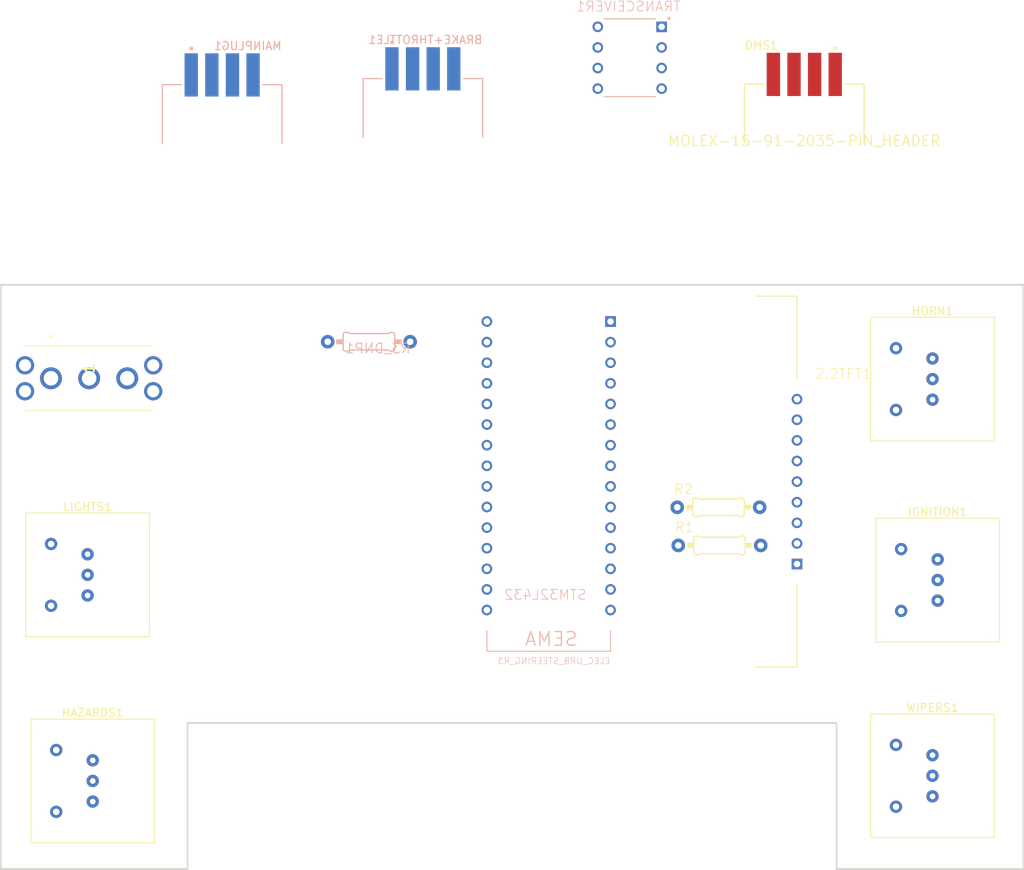
<source format=kicad_pcb>
(kicad_pcb (version 20171130) (host pcbnew "(5.1.6)-1")

  (general
    (thickness 1.6)
    (drawings 43)
    (tracks 0)
    (zones 0)
    (modules 15)
    (nets 25)
  )

  (page A4)
  (layers
    (0 Top signal)
    (31 Bottom signal)
    (32 B.Adhes user)
    (33 F.Adhes user)
    (34 B.Paste user)
    (35 F.Paste user)
    (36 B.SilkS user)
    (37 F.SilkS user)
    (38 B.Mask user)
    (39 F.Mask user)
    (40 Dwgs.User user)
    (41 Cmts.User user)
    (42 Eco1.User user)
    (43 Eco2.User user)
    (44 Edge.Cuts user)
    (45 Margin user)
    (46 B.CrtYd user)
    (47 F.CrtYd user)
    (48 B.Fab user)
    (49 F.Fab user)
  )

  (setup
    (last_trace_width 0.25)
    (trace_clearance 0.1524)
    (zone_clearance 0.000001)
    (zone_45_only no)
    (trace_min 0.1524)
    (via_size 0.8)
    (via_drill 0.4)
    (via_min_size 0.4)
    (via_min_drill 0.3)
    (uvia_size 0.3)
    (uvia_drill 0.1)
    (uvias_allowed no)
    (uvia_min_size 0.2)
    (uvia_min_drill 0.1)
    (edge_width 0.05)
    (segment_width 0.2)
    (pcb_text_width 0.3)
    (pcb_text_size 1.5 1.5)
    (mod_edge_width 0.12)
    (mod_text_size 1 1)
    (mod_text_width 0.15)
    (pad_size 1.524 1.524)
    (pad_drill 0.762)
    (pad_to_mask_clearance 0.05)
    (aux_axis_origin 0 0)
    (visible_elements 7FFFF7FF)
    (pcbplotparams
      (layerselection 0x010fc_ffffffff)
      (usegerberextensions false)
      (usegerberattributes true)
      (usegerberadvancedattributes true)
      (creategerberjobfile true)
      (excludeedgelayer true)
      (linewidth 0.100000)
      (plotframeref false)
      (viasonmask false)
      (mode 1)
      (useauxorigin false)
      (hpglpennumber 1)
      (hpglpenspeed 20)
      (hpglpendiameter 15.000000)
      (psnegative false)
      (psa4output false)
      (plotreference true)
      (plotvalue true)
      (plotinvisibletext false)
      (padsonsilk false)
      (subtractmaskfromsilk false)
      (outputformat 1)
      (mirror false)
      (drillshape 1)
      (scaleselection 1)
      (outputdirectory ""))
  )

  (net 0 "")
  (net 1 +5V)
  (net 2 GND)
  (net 3 +3V3)
  (net 4 +12V)
  (net 5 "Net-(STM32L432-Pad21)")
  (net 6 "Net-(STM32L432-Pad5)")
  (net 7 "Net-(STM32L432-Pad13)")
  (net 8 "Net-(2.2TFT1-Pad8)")
  (net 9 "Net-(2.2TFT1-Pad3)")
  (net 10 "Net-(2.2TFT1-Pad5)")
  (net 11 "Net-(2.2TFT1-Pad7)")
  (net 12 "Net-(2.2TFT1-Pad9)")
  (net 13 "Net-(2.2TFT1-Pad6)")
  (net 14 "Net-(BRAKE+THROTTLE1-Pad3)")
  (net 15 "Net-(BRAKE+THROTTLE1-Pad2)")
  (net 16 "Net-(MAINPLUG1-Pad3)")
  (net 17 "Net-(MAINPLUG1-Pad2)")
  (net 18 "Net-(HAZARDS1-Pad2)")
  (net 19 "Net-(IGNITION1-Pad2)")
  (net 20 "Net-(LIGHTS1-Pad2)")
  (net 21 "Net-(HORN1-Pad2)")
  (net 22 "Net-(DMS1-Pad2)")
  (net 23 "Net-(S1-PadRIGHT)")
  (net 24 "Net-(S1-PadLEFT)")

  (net_class Default "This is the default net class."
    (clearance 0.1524)
    (trace_width 0.25)
    (via_dia 0.8)
    (via_drill 0.4)
    (uvia_dia 0.3)
    (uvia_drill 0.1)
    (add_net +12V)
    (add_net +3V3)
    (add_net +5V)
    (add_net GND)
    (add_net "Net-(2.2TFT1-Pad3)")
    (add_net "Net-(2.2TFT1-Pad5)")
    (add_net "Net-(2.2TFT1-Pad6)")
    (add_net "Net-(2.2TFT1-Pad7)")
    (add_net "Net-(2.2TFT1-Pad8)")
    (add_net "Net-(2.2TFT1-Pad9)")
    (add_net "Net-(BRAKE+THROTTLE1-Pad2)")
    (add_net "Net-(BRAKE+THROTTLE1-Pad3)")
    (add_net "Net-(DMS1-Pad2)")
    (add_net "Net-(HAZARDS1-Pad2)")
    (add_net "Net-(HORN1-Pad2)")
    (add_net "Net-(IGNITION1-Pad2)")
    (add_net "Net-(LIGHTS1-Pad2)")
    (add_net "Net-(MAINPLUG1-Pad2)")
    (add_net "Net-(MAINPLUG1-Pad3)")
    (add_net "Net-(S1-PadLEFT)")
    (add_net "Net-(S1-PadRIGHT)")
    (add_net "Net-(STM32L432-Pad13)")
    (add_net "Net-(STM32L432-Pad21)")
    (add_net "Net-(STM32L432-Pad5)")
  )

  (module M2013TXG13DA:M2013TXG13DA (layer Top) (tedit 5FADFFBF) (tstamp 5FAE8019)
    (at 90.73896 65.94094 270)
    (descr M2013TXG13-DA-3)
    (tags Switch)
    (path /5FB38056)
    (fp_text reference S1 (at -0.6 -4.7 270) (layer F.SilkS)
      (effects (font (size 1.27 1.27) (thickness 0.254)))
    )
    (fp_text value M2013TXG13-DA (at 7.19836 -4.4577) (layer F.SilkS) hide
      (effects (font (size 1.27 1.27) (thickness 0.254)))
    )
    (fp_arc (start -5.1 0) (end -5.2 0) (angle -180) (layer F.SilkS) (width 0.2))
    (fp_arc (start -5.1 0) (end -5 0) (angle -180) (layer F.SilkS) (width 0.2))
    (fp_text user %R (at -0.6 -4.7 270) (layer F.Fab)
      (effects (font (size 1.27 1.27) (thickness 0.254)))
    )
    (fp_line (start -5.2 0) (end -5.2 0) (layer F.SilkS) (width 0.2))
    (fp_line (start -5 0) (end -5 0) (layer F.SilkS) (width 0.2))
    (fp_line (start 4 -12.6) (end 4 3.2) (layer F.SilkS) (width 0.1))
    (fp_line (start -4 -12.6) (end -4 3.2) (layer F.SilkS) (width 0.1))
    (fp_line (start -6.2 5.325) (end -6.2 -14.725) (layer F.CrtYd) (width 0.1))
    (fp_line (start 5 5.325) (end -6.2 5.325) (layer F.CrtYd) (width 0.1))
    (fp_line (start 5 -14.725) (end 5 5.325) (layer F.CrtYd) (width 0.1))
    (fp_line (start -6.2 -14.725) (end 5 -14.725) (layer F.CrtYd) (width 0.1))
    (fp_line (start -4 3.2) (end -4 -12.6) (layer F.Fab) (width 0.2))
    (fp_line (start 4 3.2) (end -4 3.2) (layer F.Fab) (width 0.2))
    (fp_line (start 4 -12.6) (end 4 3.2) (layer F.Fab) (width 0.2))
    (fp_line (start -4 -12.6) (end 4 -12.6) (layer F.Fab) (width 0.2))
    (pad SH4 thru_hole circle (at -1.6 -12.6 270) (size 2.25 2.25) (drill 1.5) (layers *.Cu *.Mask)
      (net 2 GND))
    (pad SH3 thru_hole circle (at 1.6 -12.6 270) (size 2.25 2.25) (drill 1.5) (layers *.Cu *.Mask)
      (net 2 GND))
    (pad SH2 thru_hole circle (at 1.6 3.2 270) (size 2.25 2.25) (drill 1.5) (layers *.Cu *.Mask)
      (net 2 GND))
    (pad SH1 thru_hole circle (at -1.6 3.2 270) (size 2.25 2.25) (drill 1.5) (layers *.Cu *.Mask)
      (net 2 GND))
    (pad RIGHT thru_hole circle (at 0 -9.4 270) (size 2.7 2.7) (drill 1.8) (layers *.Cu *.Mask)
      (net 23 "Net-(S1-PadRIGHT)"))
    (pad 2 thru_hole circle (at 0 -4.7 270) (size 2.7 2.7) (drill 1.8) (layers *.Cu *.Mask)
      (net 3 +3V3))
    (pad LEFT thru_hole circle (at 0 0 270) (size 2.7 2.7) (drill 1.8) (layers *.Cu *.Mask)
      (net 24 "Net-(S1-PadLEFT)"))
    (model M2013TXG13-DA.stp
      (at (xyz 0 0 0))
      (scale (xyz 1 1 1))
      (rotate (xyz 0 0 0))
    )
  )

  (module eec:Molex-15-91-2045-0-0-0 (layer Top) (tedit 5EF1FEC0) (tstamp 5FAE5F8E)
    (at 183.58912 36.67696)
    (path /5FACBA75)
    (fp_text reference DMS1 (at -7.42 -11.765) (layer F.SilkS)
      (effects (font (size 1 1) (thickness 0.15)) (justify left))
    )
    (fp_text value MOLEX-15-91-2035-PIN_HEADER (at 0 0) (layer F.SilkS)
      (effects (font (size 1.27 1.27) (thickness 0.15)))
    )
    (fp_line (start -7.37 6.99) (end -7.37 -6.99) (layer F.Fab) (width 0.15))
    (fp_line (start -7.37 -6.99) (end 7.37 -6.99) (layer F.Fab) (width 0.15))
    (fp_line (start 7.37 -6.99) (end 7.37 6.99) (layer F.Fab) (width 0.15))
    (fp_line (start 7.37 6.99) (end -7.37 6.99) (layer F.Fab) (width 0.15))
    (fp_line (start 7.395 -10.88) (end 7.395 -10.88) (layer F.CrtYd) (width 0.15))
    (fp_line (start 7.395 -10.88) (end -7.395 -10.88) (layer F.CrtYd) (width 0.15))
    (fp_line (start -7.395 -10.88) (end -7.395 7.015) (layer F.CrtYd) (width 0.15))
    (fp_line (start -7.395 7.015) (end 7.395 7.015) (layer F.CrtYd) (width 0.15))
    (fp_line (start 7.395 7.015) (end 7.395 -10.88) (layer F.CrtYd) (width 0.15))
    (fp_line (start -7.37 -6.99) (end -5.01 -6.99) (layer F.SilkS) (width 0.15))
    (fp_line (start 5.01 -6.99) (end 7.37 -6.99) (layer F.SilkS) (width 0.15))
    (fp_line (start 7.37 0.245) (end 7.37 -6.99) (layer F.SilkS) (width 0.15))
    (fp_line (start -7.37 0.245) (end -7.37 -6.99) (layer F.SilkS) (width 0.15))
    (fp_circle (center 3.805 -11.44) (end 3.93 -11.44) (layer F.SilkS) (width 0.25))
    (pad ~ np_thru_hole circle (at -5.21 2.5) (size 3.76 3.76) (drill 3.76) (layers *.Cu *.Mask))
    (pad ~ np_thru_hole circle (at 5.21 2.5) (size 3.76 3.76) (drill 3.76) (layers *.Cu *.Mask))
    (pad 4 smd rect (at -3.81 -8.19) (size 1.65 5.33) (layers Top F.Paste F.Mask))
    (pad 3 smd rect (at -1.27 -8.19) (size 1.65 5.33) (layers Top F.Paste F.Mask)
      (net 3 +3V3))
    (pad 2 smd rect (at 1.27 -8.19) (size 1.65 5.33) (layers Top F.Paste F.Mask)
      (net 22 "Net-(DMS1-Pad2)"))
    (pad 1 smd rect (at 3.81 -8.19) (size 1.65 5.33) (layers Top F.Paste F.Mask)
      (net 2 GND))
    (model eec.models/Molex_-_15-91-2045.step
      (at (xyz 0 0 0))
      (scale (xyz 1 1 1))
      (rotate (xyz 0 0 0))
    )
  )

  (module LP11EE1NCSYG:LP11EE1NCSYG (layer Top) (tedit 5F9DAACE) (tstamp 5F9E0531)
    (at 200.025 85.725)
    (path /5F9E641C)
    (fp_text reference IGNITION1 (at 0 -3.31) (layer F.SilkS)
      (effects (font (size 1 1) (thickness 0.15)))
    )
    (fp_text value LP11EE1NCSYG (at 0 -4.31) (layer F.Fab)
      (effects (font (size 1 1) (thickness 0.15)))
    )
    (fp_line (start -7.62 -2.54) (end -7.62 12.7) (layer F.SilkS) (width 0.12))
    (fp_line (start -7.62 12.7) (end 7.62 12.7) (layer F.SilkS) (width 0.12))
    (fp_line (start 7.62 12.7) (end 7.62 -2.54) (layer F.SilkS) (width 0.12))
    (fp_line (start 7.62 -2.54) (end -7.62 -2.54) (layer F.SilkS) (width 0.12))
    (pad "" np_thru_hole circle (at 6.35 -1.27) (size 1.3 1.3) (drill 1.3) (layers *.Cu *.Mask))
    (pad "" np_thru_hole circle (at -6.35 -1.27) (size 1.3 1.3) (drill 1.3) (layers *.Cu *.Mask))
    (pad "" np_thru_hole circle (at -6.35 11.43) (size 1.3 1.3) (drill 1.3) (layers *.Cu *.Mask))
    (pad "" np_thru_hole circle (at 6.35 11.43) (size 1.3 1.3) (drill 1.3) (layers *.Cu *.Mask))
    (pad L1 thru_hole circle (at 0 7.62) (size 1.524 1.524) (drill 0.7) (layers *.Cu *.Mask))
    (pad LC thru_hole circle (at 0 5.08) (size 1.524 1.524) (drill 0.7) (layers *.Cu *.Mask))
    (pad L2 thru_hole circle (at 0 2.54) (size 1.524 1.524) (drill 0.7) (layers *.Cu *.Mask))
    (pad 2 thru_hole circle (at -4.5 1.27) (size 1.524 1.524) (drill 0.8) (layers *.Cu *.Mask)
      (net 19 "Net-(IGNITION1-Pad2)"))
    (pad 1 thru_hole circle (at -4.5 8.89) (size 1.524 1.524) (drill 0.8) (layers *.Cu *.Mask)
      (net 3 +3V3))
    (model ${KIPRJMOD}/LP11EE1NCSxx.stp
      (offset (xyz 0 -5 0))
      (scale (xyz 1 1 1))
      (rotate (xyz 0 0 0))
    )
  )

  (module LP11EE1NCSYG:LP11OA1TCSYY (layer Top) (tedit 5FA70E5C) (tstamp 5FA77612)
    (at 199.39 60.96)
    (path /5FA78095)
    (fp_text reference HORN1 (at 0 -3.31) (layer F.SilkS)
      (effects (font (size 1 1) (thickness 0.15)))
    )
    (fp_text value LP11OA1TCSYY (at 0 -4.31) (layer F.Fab)
      (effects (font (size 1 1) (thickness 0.15)))
    )
    (fp_line (start -7.62 -2.54) (end -7.62 12.7) (layer F.SilkS) (width 0.12))
    (fp_line (start -7.62 12.7) (end 7.62 12.7) (layer F.SilkS) (width 0.12))
    (fp_line (start 7.62 12.7) (end 7.62 -2.54) (layer F.SilkS) (width 0.12))
    (fp_line (start 7.62 -2.54) (end -7.62 -2.54) (layer F.SilkS) (width 0.12))
    (pad "" np_thru_hole circle (at 6.35 -1.27) (size 1.3 1.3) (drill 1.3) (layers *.Cu *.Mask))
    (pad "" np_thru_hole circle (at -6.35 -1.27) (size 1.3 1.3) (drill 1.3) (layers *.Cu *.Mask))
    (pad "" np_thru_hole circle (at -6.35 11.43) (size 1.3 1.3) (drill 1.3) (layers *.Cu *.Mask))
    (pad "" np_thru_hole circle (at 6.35 11.43) (size 1.3 1.3) (drill 1.3) (layers *.Cu *.Mask))
    (pad L1 thru_hole circle (at 0 7.62) (size 1.524 1.524) (drill 0.7) (layers *.Cu *.Mask))
    (pad LC thru_hole circle (at 0 5.08) (size 1.524 1.524) (drill 0.7) (layers *.Cu *.Mask))
    (pad L2 thru_hole circle (at 0 2.54) (size 1.524 1.524) (drill 0.7) (layers *.Cu *.Mask))
    (pad 2 thru_hole circle (at -4.5 1.27) (size 1.524 1.524) (drill 0.8) (layers *.Cu *.Mask)
      (net 21 "Net-(HORN1-Pad2)"))
    (pad 1 thru_hole circle (at -4.5 8.89) (size 1.524 1.524) (drill 0.8) (layers *.Cu *.Mask)
      (net 3 +3V3))
  )

  (module LP11EE1NCSYG:LP11EE1NCSYG (layer Top) (tedit 5F9DAACE) (tstamp 5F9E06AB)
    (at 199.39 109.855)
    (path /5F9FB1ED)
    (fp_text reference WIPERS1 (at 0 -3.31) (layer F.SilkS)
      (effects (font (size 1 1) (thickness 0.15)))
    )
    (fp_text value LP11EE1NCSYG (at 0 -4.31) (layer F.Fab)
      (effects (font (size 1 1) (thickness 0.15)))
    )
    (fp_line (start -7.62 -2.54) (end -7.62 12.7) (layer F.SilkS) (width 0.12))
    (fp_line (start -7.62 12.7) (end 7.62 12.7) (layer F.SilkS) (width 0.12))
    (fp_line (start 7.62 12.7) (end 7.62 -2.54) (layer F.SilkS) (width 0.12))
    (fp_line (start 7.62 -2.54) (end -7.62 -2.54) (layer F.SilkS) (width 0.12))
    (pad "" np_thru_hole circle (at 6.35 -1.27) (size 1.3 1.3) (drill 1.3) (layers *.Cu *.Mask))
    (pad "" np_thru_hole circle (at -6.35 -1.27) (size 1.3 1.3) (drill 1.3) (layers *.Cu *.Mask))
    (pad "" np_thru_hole circle (at -6.35 11.43) (size 1.3 1.3) (drill 1.3) (layers *.Cu *.Mask))
    (pad "" np_thru_hole circle (at 6.35 11.43) (size 1.3 1.3) (drill 1.3) (layers *.Cu *.Mask))
    (pad L1 thru_hole circle (at 0 7.62) (size 1.524 1.524) (drill 0.7) (layers *.Cu *.Mask))
    (pad LC thru_hole circle (at 0 5.08) (size 1.524 1.524) (drill 0.7) (layers *.Cu *.Mask))
    (pad L2 thru_hole circle (at 0 2.54) (size 1.524 1.524) (drill 0.7) (layers *.Cu *.Mask))
    (pad 2 thru_hole circle (at -4.5 1.27) (size 1.524 1.524) (drill 0.8) (layers *.Cu *.Mask)
      (net 5 "Net-(STM32L432-Pad21)"))
    (pad 1 thru_hole circle (at -4.5 8.89) (size 1.524 1.524) (drill 0.8) (layers *.Cu *.Mask)
      (net 3 +3V3))
    (model ${KIPRJMOD}/LP11EE1NCSxx.stp
      (offset (xyz 0 -5 0))
      (scale (xyz 1 1 1))
      (rotate (xyz 0 0 0))
    )
  )

  (module LP11EE1NCSYG:LP11EE1NCSYG (layer Top) (tedit 5F9DAACE) (tstamp 5F9E0542)
    (at 95.25 85.09)
    (path /5FA03CA3)
    (fp_text reference LIGHTS1 (at 0 -3.31) (layer F.SilkS)
      (effects (font (size 1 1) (thickness 0.15)))
    )
    (fp_text value LP11EE1NCSYG (at 0 -4.31) (layer F.Fab)
      (effects (font (size 1 1) (thickness 0.15)))
    )
    (fp_line (start -7.62 -2.54) (end -7.62 12.7) (layer F.SilkS) (width 0.12))
    (fp_line (start -7.62 12.7) (end 7.62 12.7) (layer F.SilkS) (width 0.12))
    (fp_line (start 7.62 12.7) (end 7.62 -2.54) (layer F.SilkS) (width 0.12))
    (fp_line (start 7.62 -2.54) (end -7.62 -2.54) (layer F.SilkS) (width 0.12))
    (pad "" np_thru_hole circle (at 6.35 -1.27) (size 1.3 1.3) (drill 1.3) (layers *.Cu *.Mask))
    (pad "" np_thru_hole circle (at -6.35 -1.27) (size 1.3 1.3) (drill 1.3) (layers *.Cu *.Mask))
    (pad "" np_thru_hole circle (at -6.35 11.43) (size 1.3 1.3) (drill 1.3) (layers *.Cu *.Mask))
    (pad "" np_thru_hole circle (at 6.35 11.43) (size 1.3 1.3) (drill 1.3) (layers *.Cu *.Mask))
    (pad L1 thru_hole circle (at 0 7.62) (size 1.524 1.524) (drill 0.7) (layers *.Cu *.Mask))
    (pad LC thru_hole circle (at 0 5.08) (size 1.524 1.524) (drill 0.7) (layers *.Cu *.Mask))
    (pad L2 thru_hole circle (at 0 2.54) (size 1.524 1.524) (drill 0.7) (layers *.Cu *.Mask))
    (pad 2 thru_hole circle (at -4.5 1.27) (size 1.524 1.524) (drill 0.8) (layers *.Cu *.Mask)
      (net 20 "Net-(LIGHTS1-Pad2)"))
    (pad 1 thru_hole circle (at -4.5 8.89) (size 1.524 1.524) (drill 0.8) (layers *.Cu *.Mask)
      (net 3 +3V3))
    (model ${KIPRJMOD}/LP11EE1NCSxx.stp
      (offset (xyz 0 -5 0))
      (scale (xyz 1 1 1))
      (rotate (xyz 0 0 0))
    )
  )

  (module LP11EE1NCSYG:LP11EE1NCSYG (layer Top) (tedit 5F9DAACE) (tstamp 5F9E050C)
    (at 95.885 110.49)
    (path /5FA044A4)
    (fp_text reference HAZARDS1 (at 0 -3.31) (layer F.SilkS)
      (effects (font (size 1 1) (thickness 0.15)))
    )
    (fp_text value LP11EE1NCSYG (at 0 -4.31) (layer F.Fab)
      (effects (font (size 1 1) (thickness 0.15)))
    )
    (fp_line (start -7.62 -2.54) (end -7.62 12.7) (layer F.SilkS) (width 0.12))
    (fp_line (start -7.62 12.7) (end 7.62 12.7) (layer F.SilkS) (width 0.12))
    (fp_line (start 7.62 12.7) (end 7.62 -2.54) (layer F.SilkS) (width 0.12))
    (fp_line (start 7.62 -2.54) (end -7.62 -2.54) (layer F.SilkS) (width 0.12))
    (pad "" np_thru_hole circle (at 6.35 -1.27) (size 1.3 1.3) (drill 1.3) (layers *.Cu *.Mask))
    (pad "" np_thru_hole circle (at -6.35 -1.27) (size 1.3 1.3) (drill 1.3) (layers *.Cu *.Mask))
    (pad "" np_thru_hole circle (at -6.35 11.43) (size 1.3 1.3) (drill 1.3) (layers *.Cu *.Mask))
    (pad "" np_thru_hole circle (at 6.35 11.43) (size 1.3 1.3) (drill 1.3) (layers *.Cu *.Mask))
    (pad L1 thru_hole circle (at 0 7.62) (size 1.524 1.524) (drill 0.7) (layers *.Cu *.Mask))
    (pad LC thru_hole circle (at 0 5.08) (size 1.524 1.524) (drill 0.7) (layers *.Cu *.Mask))
    (pad L2 thru_hole circle (at 0 2.54) (size 1.524 1.524) (drill 0.7) (layers *.Cu *.Mask))
    (pad 2 thru_hole circle (at -4.5 1.27) (size 1.524 1.524) (drill 0.8) (layers *.Cu *.Mask)
      (net 18 "Net-(HAZARDS1-Pad2)"))
    (pad 1 thru_hole circle (at -4.5 8.89) (size 1.524 1.524) (drill 0.8) (layers *.Cu *.Mask)
      (net 3 +3V3))
    (model ${KIPRJMOD}/LP11EE1NCSxx.stp
      (offset (xyz 0 -5 0))
      (scale (xyz 1 1 1))
      (rotate (xyz 0 0 0))
    )
  )

  (module eec:Molex-15-91-2045-0-0-0 (layer Bottom) (tedit 5EF1FEC0) (tstamp 5F9CC80D)
    (at 111.8362 36.73856 180)
    (path /5F9EC078)
    (fp_text reference MAINPLUG1 (at -7.42 11.765) (layer B.SilkS)
      (effects (font (size 1 1) (thickness 0.15)) (justify left mirror))
    )
    (fp_text value MOLEX-15-91-2045-PIN_HEADER (at 0.635 -8.89) (layer B.SilkS) hide
      (effects (font (size 1.27 1.27) (thickness 0.15)) (justify mirror))
    )
    (fp_circle (center 3.805 11.44) (end 3.93 11.44) (layer B.SilkS) (width 0.25))
    (fp_line (start -7.37 -0.245) (end -7.37 6.99) (layer B.SilkS) (width 0.15))
    (fp_line (start 7.37 -0.245) (end 7.37 6.99) (layer B.SilkS) (width 0.15))
    (fp_line (start 5.01 6.99) (end 7.37 6.99) (layer B.SilkS) (width 0.15))
    (fp_line (start -7.37 6.99) (end -5.01 6.99) (layer B.SilkS) (width 0.15))
    (fp_line (start 7.395 -7.015) (end 7.395 10.88) (layer B.CrtYd) (width 0.15))
    (fp_line (start -7.395 -7.015) (end 7.395 -7.015) (layer B.CrtYd) (width 0.15))
    (fp_line (start -7.395 10.88) (end -7.395 -7.015) (layer B.CrtYd) (width 0.15))
    (fp_line (start 7.395 10.88) (end -7.395 10.88) (layer B.CrtYd) (width 0.15))
    (fp_line (start 7.395 10.88) (end 7.395 10.88) (layer B.CrtYd) (width 0.15))
    (fp_line (start 7.37 -6.99) (end -7.37 -6.99) (layer B.Fab) (width 0.15))
    (fp_line (start 7.37 6.99) (end 7.37 -6.99) (layer B.Fab) (width 0.15))
    (fp_line (start -7.37 6.99) (end 7.37 6.99) (layer B.Fab) (width 0.15))
    (fp_line (start -7.37 -6.99) (end -7.37 6.99) (layer B.Fab) (width 0.15))
    (pad ~ np_thru_hole circle (at -5.21 -2.5 180) (size 3.76 3.76) (drill 3.76) (layers *.Cu *.Mask))
    (pad ~ np_thru_hole circle (at 5.21 -2.5 180) (size 3.76 3.76) (drill 3.76) (layers *.Cu *.Mask))
    (pad 4 smd rect (at -3.81 8.19 180) (size 1.65 5.33) (layers Bottom B.Paste B.Mask)
      (net 4 +12V))
    (pad 3 smd rect (at -1.27 8.19 180) (size 1.65 5.33) (layers Bottom B.Paste B.Mask)
      (net 16 "Net-(MAINPLUG1-Pad3)"))
    (pad 2 smd rect (at 1.27 8.19 180) (size 1.65 5.33) (layers Bottom B.Paste B.Mask)
      (net 17 "Net-(MAINPLUG1-Pad2)"))
    (pad 1 smd rect (at 3.81 8.19 180) (size 1.65 5.33) (layers Bottom B.Paste B.Mask)
      (net 2 GND))
    (model eec.models/Molex_-_15-91-2045.step
      (at (xyz 0 0 0))
      (scale (xyz 1 1 1))
      (rotate (xyz 0 0 0))
    )
  )

  (module eec:Molex-15-91-2045-0-0-0 (layer Bottom) (tedit 5EF1FEC0) (tstamp 5F9CC79C)
    (at 136.57834 35.98926 180)
    (path /5FA5E2BF)
    (fp_text reference BRAKE+THROTTLE1 (at -7.42 11.765) (layer B.SilkS)
      (effects (font (size 1 1) (thickness 0.15)) (justify left mirror))
    )
    (fp_text value MOLEX-15-91-2045-PIN_HEADER (at 0 -10.795) (layer B.SilkS) hide
      (effects (font (size 1.27 1.27) (thickness 0.15)) (justify mirror))
    )
    (fp_circle (center 3.805 11.44) (end 3.93 11.44) (layer B.SilkS) (width 0.25))
    (fp_line (start -7.37 -0.245) (end -7.37 6.99) (layer B.SilkS) (width 0.15))
    (fp_line (start 7.37 -0.245) (end 7.37 6.99) (layer B.SilkS) (width 0.15))
    (fp_line (start 5.01 6.99) (end 7.37 6.99) (layer B.SilkS) (width 0.15))
    (fp_line (start -7.37 6.99) (end -5.01 6.99) (layer B.SilkS) (width 0.15))
    (fp_line (start 7.395 -7.015) (end 7.395 10.88) (layer B.CrtYd) (width 0.15))
    (fp_line (start -7.395 -7.015) (end 7.395 -7.015) (layer B.CrtYd) (width 0.15))
    (fp_line (start -7.395 10.88) (end -7.395 -7.015) (layer B.CrtYd) (width 0.15))
    (fp_line (start 7.395 10.88) (end -7.395 10.88) (layer B.CrtYd) (width 0.15))
    (fp_line (start 7.395 10.88) (end 7.395 10.88) (layer B.CrtYd) (width 0.15))
    (fp_line (start 7.37 -6.99) (end -7.37 -6.99) (layer B.Fab) (width 0.15))
    (fp_line (start 7.37 6.99) (end 7.37 -6.99) (layer B.Fab) (width 0.15))
    (fp_line (start -7.37 6.99) (end 7.37 6.99) (layer B.Fab) (width 0.15))
    (fp_line (start -7.37 -6.99) (end -7.37 6.99) (layer B.Fab) (width 0.15))
    (pad ~ np_thru_hole circle (at -5.21 -2.5 180) (size 3.76 3.76) (drill 3.76) (layers *.Cu *.Mask))
    (pad ~ np_thru_hole circle (at 5.21 -2.5 180) (size 3.76 3.76) (drill 3.76) (layers *.Cu *.Mask))
    (pad 4 smd rect (at -3.81 8.19 180) (size 1.65 5.33) (layers Bottom B.Paste B.Mask)
      (net 3 +3V3))
    (pad 3 smd rect (at -1.27 8.19 180) (size 1.65 5.33) (layers Bottom B.Paste B.Mask)
      (net 14 "Net-(BRAKE+THROTTLE1-Pad3)"))
    (pad 2 smd rect (at 1.27 8.19 180) (size 1.65 5.33) (layers Bottom B.Paste B.Mask)
      (net 15 "Net-(BRAKE+THROTTLE1-Pad2)"))
    (pad 1 smd rect (at 3.81 8.19 180) (size 1.65 5.33) (layers Bottom B.Paste B.Mask)
      (net 2 GND))
    (model eec.models/Molex_-_15-91-2045.step
      (at (xyz 0 0 0))
      (scale (xyz 1 1 1))
      (rotate (xyz 0 0 0))
    )
  )

  (module schematic:2.2TFT (layer Top) (tedit 0) (tstamp 5F9CBC89)
    (at 180.1495 78.67396 180)
    (path /B200DBAB)
    (fp_text reference 2.2TFT1 (at -4.74 12.57 180) (layer F.SilkS)
      (effects (font (size 1.2065 1.2065) (thickness 0.09652)) (justify left bottom))
    )
    (fp_text value 2.2TFT (at 0 0 180) (layer F.SilkS) hide
      (effects (font (size 1.27 1.27) (thickness 0.15)))
    )
    (fp_line (start -2.54 12.7) (end -2.54 22.86) (layer F.SilkS) (width 0.127))
    (fp_line (start -2.54 -22.86) (end -2.54 -12.7) (layer F.SilkS) (width 0.127))
    (fp_line (start -2.54 -22.86) (end 2.54 -22.86) (layer F.SilkS) (width 0.127))
    (fp_line (start -2.54 22.86) (end 2.54 22.86) (layer F.SilkS) (width 0.127))
    (pad 1 thru_hole rect (at -2.54 -10.16 180) (size 1.308 1.308) (drill 0.8) (layers *.Cu *.Mask)
      (net 3 +3V3) (solder_mask_margin 0.1016))
    (pad 2 thru_hole circle (at -2.54 -7.62 180) (size 1.308 1.308) (drill 0.8) (layers *.Cu *.Mask)
      (net 2 GND) (solder_mask_margin 0.1016))
    (pad 3 thru_hole circle (at -2.54 -5.08 180) (size 1.308 1.308) (drill 0.8) (layers *.Cu *.Mask)
      (net 9 "Net-(2.2TFT1-Pad3)") (solder_mask_margin 0.1016))
    (pad 4 thru_hole circle (at -2.54 -2.54 180) (size 1.308 1.308) (drill 0.8) (layers *.Cu *.Mask)
      (net 1 +5V) (solder_mask_margin 0.1016))
    (pad 5 thru_hole circle (at -2.54 0 180) (size 1.308 1.308) (drill 0.8) (layers *.Cu *.Mask)
      (net 10 "Net-(2.2TFT1-Pad5)") (solder_mask_margin 0.1016))
    (pad 6 thru_hole circle (at -2.54 2.54 180) (size 1.308 1.308) (drill 0.8) (layers *.Cu *.Mask)
      (net 13 "Net-(2.2TFT1-Pad6)") (solder_mask_margin 0.1016))
    (pad 7 thru_hole circle (at -2.54 5.08 180) (size 1.308 1.308) (drill 0.8) (layers *.Cu *.Mask)
      (net 11 "Net-(2.2TFT1-Pad7)") (solder_mask_margin 0.1016))
    (pad 8 thru_hole circle (at -2.54 7.62 180) (size 1.308 1.308) (drill 0.8) (layers *.Cu *.Mask)
      (net 8 "Net-(2.2TFT1-Pad8)") (solder_mask_margin 0.1016))
    (pad 9 thru_hole circle (at -2.54 10.16 180) (size 1.308 1.308) (drill 0.8) (layers *.Cu *.Mask)
      (net 12 "Net-(2.2TFT1-Pad9)") (solder_mask_margin 0.1016))
  )

  (module schematic:0207_10 (layer Top) (tedit 0) (tstamp 5FAE7B72)
    (at 173.1356 86.5419)
    (descr "<b>RESISTOR</b><p>\ntype 0207, grid 10 mm")
    (path /AA571318)
    (fp_text reference R1 (at -3.048 -1.524) (layer F.SilkS)
      (effects (font (size 1.2065 1.2065) (thickness 0.12065)) (justify right bottom))
    )
    (fp_text value 100K (at 2.1244 0.635 180) (layer B.Fab)
      (effects (font (size 1.2065 1.2065) (thickness 0.12065)) (justify left bottom mirror))
    )
    (fp_poly (pts (xy -4.0386 0.3048) (xy -3.175 0.3048) (xy -3.175 -0.3048) (xy -4.0386 -0.3048)) (layer F.SilkS) (width 0))
    (fp_poly (pts (xy 3.175 0.3048) (xy 4.0386 0.3048) (xy 4.0386 -0.3048) (xy 3.175 -0.3048)) (layer F.SilkS) (width 0))
    (fp_line (start 3.175 0.889) (end 3.175 -0.889) (layer F.SilkS) (width 0.1524))
    (fp_line (start 2.921 1.143) (end 2.54 1.143) (layer F.SilkS) (width 0.1524))
    (fp_line (start 2.921 -1.143) (end 2.54 -1.143) (layer F.SilkS) (width 0.1524))
    (fp_line (start 2.413 1.016) (end -2.413 1.016) (layer F.SilkS) (width 0.1524))
    (fp_line (start 2.413 1.016) (end 2.54 1.143) (layer F.SilkS) (width 0.1524))
    (fp_line (start 2.413 -1.016) (end -2.413 -1.016) (layer F.SilkS) (width 0.1524))
    (fp_line (start 2.413 -1.016) (end 2.54 -1.143) (layer F.SilkS) (width 0.1524))
    (fp_line (start -2.413 1.016) (end -2.54 1.143) (layer F.SilkS) (width 0.1524))
    (fp_line (start -2.921 1.143) (end -2.54 1.143) (layer F.SilkS) (width 0.1524))
    (fp_line (start -2.413 -1.016) (end -2.54 -1.143) (layer F.SilkS) (width 0.1524))
    (fp_line (start -2.921 -1.143) (end -2.54 -1.143) (layer F.SilkS) (width 0.1524))
    (fp_line (start -3.175 0.889) (end -3.175 -0.889) (layer F.SilkS) (width 0.1524))
    (fp_line (start -5.08 0) (end -4.064 0) (layer F.Fab) (width 0.6096))
    (fp_line (start 5.08 0) (end 4.064 0) (layer F.Fab) (width 0.6096))
    (fp_arc (start 2.921 -0.889) (end 2.921 -1.143) (angle 90) (layer F.SilkS) (width 0.1524))
    (fp_arc (start 2.921 0.889) (end 2.921 1.143) (angle -90) (layer F.SilkS) (width 0.1524))
    (fp_arc (start -2.921 0.889) (end -3.175 0.889) (angle -90) (layer F.SilkS) (width 0.1524))
    (fp_arc (start -2.921 -0.889) (end -3.175 -0.889) (angle 90) (layer F.SilkS) (width 0.1524))
    (pad 2 thru_hole circle (at 5.08 0) (size 1.6764 1.6764) (drill 0.8128) (layers *.Cu *.Mask)
      (net 1 +5V) (solder_mask_margin 0.1016))
    (pad 1 thru_hole circle (at -5.08 0) (size 1.6764 1.6764) (drill 0.8128) (layers *.Cu *.Mask)
      (net 3 +3V3) (solder_mask_margin 0.1016))
  )

  (module schematic:0207_10 (layer Top) (tedit 0) (tstamp 5F9CBD4C)
    (at 173.0086 81.8429)
    (descr "<b>RESISTOR</b><p>\ntype 0207, grid 10 mm")
    (path /37FF1F05)
    (fp_text reference R2 (at -3.048 -1.524) (layer F.SilkS)
      (effects (font (size 1.2065 1.2065) (thickness 0.12065)) (justify right bottom))
    )
    (fp_text value 100 (at 0.9814 0.635 180) (layer B.Fab)
      (effects (font (size 1.2065 1.2065) (thickness 0.12065)) (justify left bottom mirror))
    )
    (fp_poly (pts (xy -4.0386 0.3048) (xy -3.175 0.3048) (xy -3.175 -0.3048) (xy -4.0386 -0.3048)) (layer F.SilkS) (width 0))
    (fp_poly (pts (xy 3.175 0.3048) (xy 4.0386 0.3048) (xy 4.0386 -0.3048) (xy 3.175 -0.3048)) (layer F.SilkS) (width 0))
    (fp_line (start 3.175 0.889) (end 3.175 -0.889) (layer F.SilkS) (width 0.1524))
    (fp_line (start 2.921 1.143) (end 2.54 1.143) (layer F.SilkS) (width 0.1524))
    (fp_line (start 2.921 -1.143) (end 2.54 -1.143) (layer F.SilkS) (width 0.1524))
    (fp_line (start 2.413 1.016) (end -2.413 1.016) (layer F.SilkS) (width 0.1524))
    (fp_line (start 2.413 1.016) (end 2.54 1.143) (layer F.SilkS) (width 0.1524))
    (fp_line (start 2.413 -1.016) (end -2.413 -1.016) (layer F.SilkS) (width 0.1524))
    (fp_line (start 2.413 -1.016) (end 2.54 -1.143) (layer F.SilkS) (width 0.1524))
    (fp_line (start -2.413 1.016) (end -2.54 1.143) (layer F.SilkS) (width 0.1524))
    (fp_line (start -2.921 1.143) (end -2.54 1.143) (layer F.SilkS) (width 0.1524))
    (fp_line (start -2.413 -1.016) (end -2.54 -1.143) (layer F.SilkS) (width 0.1524))
    (fp_line (start -2.921 -1.143) (end -2.54 -1.143) (layer F.SilkS) (width 0.1524))
    (fp_line (start -3.175 0.889) (end -3.175 -0.889) (layer F.SilkS) (width 0.1524))
    (fp_line (start -5.08 0) (end -4.064 0) (layer F.Fab) (width 0.6096))
    (fp_line (start 5.08 0) (end 4.064 0) (layer F.Fab) (width 0.6096))
    (fp_arc (start 2.921 -0.889) (end 2.921 -1.143) (angle 90) (layer F.SilkS) (width 0.1524))
    (fp_arc (start 2.921 0.889) (end 2.921 1.143) (angle -90) (layer F.SilkS) (width 0.1524))
    (fp_arc (start -2.921 0.889) (end -3.175 0.889) (angle -90) (layer F.SilkS) (width 0.1524))
    (fp_arc (start -2.921 -0.889) (end -3.175 -0.889) (angle 90) (layer F.SilkS) (width 0.1524))
    (pad 2 thru_hole circle (at 5.08 0) (size 1.6764 1.6764) (drill 0.8128) (layers *.Cu *.Mask)
      (net 8 "Net-(2.2TFT1-Pad8)") (solder_mask_margin 0.1016))
    (pad 1 thru_hole circle (at -5.08 0) (size 1.6764 1.6764) (drill 0.8128) (layers *.Cu *.Mask)
      (net 3 +3V3) (solder_mask_margin 0.1016))
  )

  (module schematic:DIP787W46P254L927H533Q8 (layer Bottom) (tedit 0) (tstamp 5F9CBCBE)
    (at 162.06978 26.43124 180)
    (path /CC846E78)
    (fp_text reference TRANSCEIVER1 (at -6.35 5.6196) (layer B.SilkS)
      (effects (font (size 1.2065 1.2065) (thickness 0.09652)) (justify left bottom mirror))
    )
    (fp_text value MCP2561-THROUGH (at 0 -6.35) (layer B.SilkS) hide
      (effects (font (size 1.27 1.27) (thickness 0.15)) (justify mirror))
    )
    (fp_circle (center -4.85 4.85) (end -4.75 4.85) (layer B.SilkS) (width 0.2))
    (fp_circle (center -2.27 4.05) (end -1.884125 4.05) (layer B.Fab) (width 0.127))
    (fp_line (start 3.18 -4.8) (end -3.18 -4.8) (layer B.SilkS) (width 0.127))
    (fp_line (start 3.18 4.8) (end 3.18 -4.8) (layer B.Fab) (width 0.127))
    (fp_line (start -3.18 4.8) (end 3.18 4.8) (layer B.SilkS) (width 0.127))
    (fp_line (start -3.18 -4.8) (end -3.18 4.8) (layer B.Fab) (width 0.127))
    (fp_line (start -5.13 5.21) (end -5.13 -5.21) (layer Dwgs.User) (width 0.05))
    (fp_line (start 5.13 5.21) (end -5.13 5.21) (layer Dwgs.User) (width 0.05))
    (fp_line (start 5.13 -5.21) (end 5.13 5.21) (layer Dwgs.User) (width 0.05))
    (fp_line (start -5.13 -5.21) (end 5.13 -5.21) (layer Dwgs.User) (width 0.05))
    (pad 7 thru_hole circle (at 3.935 1.27 180) (size 1.308 1.308) (drill 0.8) (layers *.Cu *.Mask)
      (net 16 "Net-(MAINPLUG1-Pad3)") (solder_mask_margin 0.1016))
    (pad 6 thru_hole circle (at 3.935 -1.27 180) (size 1.308 1.308) (drill 0.8) (layers *.Cu *.Mask)
      (net 17 "Net-(MAINPLUG1-Pad2)") (solder_mask_margin 0.1016))
    (pad 8 thru_hole circle (at 3.935 3.81 180) (size 1.308 1.308) (drill 0.8) (layers *.Cu *.Mask)
      (net 2 GND) (solder_mask_margin 0.1016))
    (pad 5 thru_hole circle (at 3.935 -3.81 180) (size 1.308 1.308) (drill 0.8) (layers *.Cu *.Mask)
      (solder_mask_margin 0.1016))
    (pad 1 thru_hole rect (at -3.935 3.81 180) (size 1.308 1.308) (drill 0.8) (layers *.Cu *.Mask)
      (net 6 "Net-(STM32L432-Pad5)") (solder_mask_margin 0.1016))
    (pad 4 thru_hole circle (at -3.935 -3.81 180) (size 1.308 1.308) (drill 0.8) (layers *.Cu *.Mask)
      (net 7 "Net-(STM32L432-Pad13)") (solder_mask_margin 0.1016))
    (pad 2 thru_hole circle (at -3.935 1.27 180) (size 1.308 1.308) (drill 0.8) (layers *.Cu *.Mask)
      (net 2 GND) (solder_mask_margin 0.1016))
    (pad 3 thru_hole circle (at -3.935 -1.27 180) (size 1.308 1.308) (drill 0.8) (layers *.Cu *.Mask)
      (net 1 +5V) (solder_mask_margin 0.1016))
  )

  (module schematic:STM32L432 (layer Bottom) (tedit 0) (tstamp 5F9CBC04)
    (at 152.0861 65.2956 180)
    (path /DDC8C80D)
    (fp_text reference STM32L432 (at -4.72 -28.03) (layer B.SilkS)
      (effects (font (size 1.2065 1.2065) (thickness 0.09652)) (justify left bottom mirror))
    )
    (fp_text value STM32L432 (at 0 0) (layer B.SilkS) hide
      (effects (font (size 1.27 1.27) (thickness 0.15)) (justify mirror))
    )
    (fp_line (start 7.62 13.97) (end 7.62 7.62) (layer Cmts.User) (width 0.127))
    (fp_line (start -7.62 13.97) (end 7.62 13.97) (layer Cmts.User) (width 0.127))
    (fp_line (start -7.62 7.62) (end -7.62 13.97) (layer Cmts.User) (width 0.127))
    (fp_line (start 7.62 -34.29) (end 7.62 -31.75) (layer B.SilkS) (width 0.12))
    (fp_line (start -7.62 -34.29) (end 7.62 -34.29) (layer B.SilkS) (width 0.12))
    (fp_line (start -7.62 -31.75) (end -7.62 -34.29) (layer B.SilkS) (width 0.12))
    (pad 30 thru_hole circle (at 7.62 6.35 180) (size 1.308 1.308) (drill 0.8) (layers *.Cu *.Mask)
      (net 4 +12V) (solder_mask_margin 0.1016))
    (pad 29 thru_hole circle (at 7.62 3.81 180) (size 1.308 1.308) (drill 0.8) (layers *.Cu *.Mask)
      (net 2 GND) (solder_mask_margin 0.1016))
    (pad 28 thru_hole circle (at 7.62 1.27 180) (size 1.308 1.308) (drill 0.8) (layers *.Cu *.Mask)
      (solder_mask_margin 0.1016))
    (pad 27 thru_hole circle (at 7.62 -1.27 180) (size 1.308 1.308) (drill 0.8) (layers *.Cu *.Mask)
      (net 1 +5V) (solder_mask_margin 0.1016))
    (pad 26 thru_hole circle (at 7.62 -3.81 180) (size 1.308 1.308) (drill 0.8) (layers *.Cu *.Mask)
      (solder_mask_margin 0.1016))
    (pad 25 thru_hole circle (at 7.62 -6.35 180) (size 1.308 1.308) (drill 0.8) (layers *.Cu *.Mask)
      (net 15 "Net-(BRAKE+THROTTLE1-Pad2)") (solder_mask_margin 0.1016))
    (pad 24 thru_hole circle (at 7.62 -8.89 180) (size 1.308 1.308) (drill 0.8) (layers *.Cu *.Mask)
      (net 9 "Net-(2.2TFT1-Pad3)") (solder_mask_margin 0.1016))
    (pad 23 thru_hole circle (at 7.62 -11.43 180) (size 1.308 1.308) (drill 0.8) (layers *.Cu *.Mask)
      (net 1 +5V) (solder_mask_margin 0.1016))
    (pad 22 thru_hole circle (at 7.62 -13.97 180) (size 1.308 1.308) (drill 0.8) (layers *.Cu *.Mask)
      (net 10 "Net-(2.2TFT1-Pad5)") (solder_mask_margin 0.1016))
    (pad 21 thru_hole circle (at 7.62 -16.51 180) (size 1.308 1.308) (drill 0.8) (layers *.Cu *.Mask)
      (net 5 "Net-(STM32L432-Pad21)") (solder_mask_margin 0.1016))
    (pad 20 thru_hole circle (at 7.62 -19.05 180) (size 1.308 1.308) (drill 0.8) (layers *.Cu *.Mask)
      (net 22 "Net-(DMS1-Pad2)") (solder_mask_margin 0.1016))
    (pad 19 thru_hole circle (at 7.62 -21.59 180) (size 1.308 1.308) (drill 0.8) (layers *.Cu *.Mask)
      (net 20 "Net-(LIGHTS1-Pad2)") (solder_mask_margin 0.1016))
    (pad 18 thru_hole circle (at 7.62 -24.13 180) (size 1.308 1.308) (drill 0.8) (layers *.Cu *.Mask)
      (solder_mask_margin 0.1016))
    (pad 17 thru_hole circle (at 7.62 -26.67 180) (size 1.308 1.308) (drill 0.8) (layers *.Cu *.Mask)
      (net 3 +3V3) (solder_mask_margin 0.1016))
    (pad 16 thru_hole circle (at 7.62 -29.21 180) (size 1.308 1.308) (drill 0.8) (layers *.Cu *.Mask)
      (net 11 "Net-(2.2TFT1-Pad7)") (solder_mask_margin 0.1016))
    (pad 15 thru_hole circle (at -7.62 -29.21 180) (size 1.308 1.308) (drill 0.8) (layers *.Cu *.Mask)
      (net 12 "Net-(2.2TFT1-Pad9)") (solder_mask_margin 0.1016))
    (pad 14 thru_hole circle (at -7.62 -26.67 180) (size 1.308 1.308) (drill 0.8) (layers *.Cu *.Mask)
      (net 13 "Net-(2.2TFT1-Pad6)") (solder_mask_margin 0.1016))
    (pad 13 thru_hole circle (at -7.62 -24.13 180) (size 1.308 1.308) (drill 0.8) (layers *.Cu *.Mask)
      (net 7 "Net-(STM32L432-Pad13)") (solder_mask_margin 0.1016))
    (pad 12 thru_hole circle (at -7.62 -21.59 180) (size 1.308 1.308) (drill 0.8) (layers *.Cu *.Mask)
      (net 18 "Net-(HAZARDS1-Pad2)") (solder_mask_margin 0.1016))
    (pad 11 thru_hole circle (at -7.62 -19.05 180) (size 1.308 1.308) (drill 0.8) (layers *.Cu *.Mask)
      (solder_mask_margin 0.1016))
    (pad 10 thru_hole circle (at -7.62 -16.51 180) (size 1.308 1.308) (drill 0.8) (layers *.Cu *.Mask)
      (solder_mask_margin 0.1016))
    (pad 9 thru_hole circle (at -7.62 -13.97 180) (size 1.308 1.308) (drill 0.8) (layers *.Cu *.Mask)
      (net 19 "Net-(IGNITION1-Pad2)") (solder_mask_margin 0.1016))
    (pad 8 thru_hole circle (at -7.62 -11.43 180) (size 1.308 1.308) (drill 0.8) (layers *.Cu *.Mask)
      (net 21 "Net-(HORN1-Pad2)") (solder_mask_margin 0.1016))
    (pad 7 thru_hole circle (at -7.62 -8.89 180) (size 1.308 1.308) (drill 0.8) (layers *.Cu *.Mask)
      (net 24 "Net-(S1-PadLEFT)") (solder_mask_margin 0.1016))
    (pad 6 thru_hole circle (at -7.62 -6.35 180) (size 1.308 1.308) (drill 0.8) (layers *.Cu *.Mask)
      (net 23 "Net-(S1-PadRIGHT)") (solder_mask_margin 0.1016))
    (pad 5 thru_hole circle (at -7.62 -3.81 180) (size 1.308 1.308) (drill 0.8) (layers *.Cu *.Mask)
      (net 6 "Net-(STM32L432-Pad5)") (solder_mask_margin 0.1016))
    (pad 4 thru_hole circle (at -7.62 -1.27 180) (size 1.308 1.308) (drill 0.8) (layers *.Cu *.Mask)
      (net 2 GND) (solder_mask_margin 0.1016))
    (pad 3 thru_hole circle (at -7.62 1.27 180) (size 1.308 1.308) (drill 0.8) (layers *.Cu *.Mask)
      (solder_mask_margin 0.1016))
    (pad 2 thru_hole circle (at -7.62 3.81 180) (size 1.308 1.308) (drill 0.8) (layers *.Cu *.Mask)
      (solder_mask_margin 0.1016))
    (pad 1 thru_hole rect (at -7.62 6.35 180) (size 1.308 1.308) (drill 0.8) (layers *.Cu *.Mask)
      (net 14 "Net-(BRAKE+THROTTLE1-Pad3)") (solder_mask_margin 0.1016))
  )

  (module schematic:0207_10 (layer Bottom) (tedit 0) (tstamp 5FAE65C8)
    (at 129.92608 61.43752)
    (descr "<b>RESISTOR</b><p>\ntype 0207, grid 10 mm")
    (path /93EDAD52)
    (fp_text reference R3_DNP1 (at -3.048 1.524) (layer B.SilkS)
      (effects (font (size 1.2065 1.2065) (thickness 0.12065)) (justify right bottom mirror))
    )
    (fp_text value 120 (at -1.905 0.635) (layer B.Fab)
      (effects (font (size 1.2065 1.2065) (thickness 0.12065)) (justify right bottom mirror))
    )
    (fp_poly (pts (xy -4.0386 -0.3048) (xy -3.175 -0.3048) (xy -3.175 0.3048) (xy -4.0386 0.3048)) (layer B.SilkS) (width 0))
    (fp_poly (pts (xy 3.175 -0.3048) (xy 4.0386 -0.3048) (xy 4.0386 0.3048) (xy 3.175 0.3048)) (layer B.SilkS) (width 0))
    (fp_line (start 3.175 -0.889) (end 3.175 0.889) (layer B.SilkS) (width 0.1524))
    (fp_line (start 2.921 -1.143) (end 2.54 -1.143) (layer B.SilkS) (width 0.1524))
    (fp_line (start 2.921 1.143) (end 2.54 1.143) (layer B.SilkS) (width 0.1524))
    (fp_line (start 2.413 -1.016) (end -2.413 -1.016) (layer B.SilkS) (width 0.1524))
    (fp_line (start 2.413 -1.016) (end 2.54 -1.143) (layer B.SilkS) (width 0.1524))
    (fp_line (start 2.413 1.016) (end -2.413 1.016) (layer B.SilkS) (width 0.1524))
    (fp_line (start 2.413 1.016) (end 2.54 1.143) (layer B.SilkS) (width 0.1524))
    (fp_line (start -2.413 -1.016) (end -2.54 -1.143) (layer B.SilkS) (width 0.1524))
    (fp_line (start -2.921 -1.143) (end -2.54 -1.143) (layer B.SilkS) (width 0.1524))
    (fp_line (start -2.413 1.016) (end -2.54 1.143) (layer B.SilkS) (width 0.1524))
    (fp_line (start -2.921 1.143) (end -2.54 1.143) (layer B.SilkS) (width 0.1524))
    (fp_line (start -3.175 -0.889) (end -3.175 0.889) (layer B.SilkS) (width 0.1524))
    (fp_line (start -5.08 0) (end -4.064 0) (layer B.Fab) (width 0.6096))
    (fp_line (start 5.08 0) (end 4.064 0) (layer B.Fab) (width 0.6096))
    (fp_arc (start 2.921 0.889) (end 2.921 1.143) (angle -90) (layer B.SilkS) (width 0.1524))
    (fp_arc (start 2.921 -0.889) (end 2.921 -1.143) (angle 90) (layer B.SilkS) (width 0.1524))
    (fp_arc (start -2.921 -0.889) (end -3.175 -0.889) (angle 90) (layer B.SilkS) (width 0.1524))
    (fp_arc (start -2.921 0.889) (end -3.175 0.889) (angle -90) (layer B.SilkS) (width 0.1524))
    (pad 2 thru_hole circle (at 5.08 0) (size 1.6764 1.6764) (drill 0.8128) (layers *.Cu *.Mask)
      (net 17 "Net-(MAINPLUG1-Pad2)") (solder_mask_margin 0.1016))
    (pad 1 thru_hole circle (at -5.08 0) (size 1.6764 1.6764) (drill 0.8128) (layers *.Cu *.Mask)
      (net 16 "Net-(MAINPLUG1-Pad3)") (solder_mask_margin 0.1016))
  )

  (gr_line (start 190.834999 74.179999) (end 190.834999 56.68) (layer Dwgs.User) (width 0.2))
  (gr_line (start 86.805 81.679999) (end 86.805 99.179999) (layer Dwgs.User) (width 0.2))
  (gr_line (start 208.334999 124.179999) (end 190.834999 124.179999) (layer Dwgs.User) (width 0.2))
  (gr_line (start 208.334999 106.679999) (end 208.334999 124.179999) (layer Dwgs.User) (width 0.2))
  (gr_line (start 190.834999 106.679999) (end 190.834999 124.179999) (layer Dwgs.User) (width 0.2))
  (gr_line (start 103.48 71.804999) (end 87.63 71.804999) (layer Dwgs.User) (width 0.2))
  (gr_line (start 208.334999 81.679999) (end 190.834999 81.679999) (layer Dwgs.User) (width 0.2))
  (gr_line (start 147.57 55.98) (end 113.755 55.98) (layer Dwgs.User) (width 0.2))
  (gr_line (start 190.834999 81.679999) (end 190.834999 99.179999) (layer Dwgs.User) (width 0.2))
  (gr_line (start 208.334999 106.679999) (end 190.834999 106.679999) (layer Dwgs.User) (width 0.2))
  (gr_line (start 103.48 59.055) (end 87.63 59.055) (layer Dwgs.User) (width 0.2))
  (gr_line (start 104.305 81.679999) (end 104.305 99.179999) (layer Dwgs.User) (width 0.2))
  (gr_line (start 104.305 99.179999) (end 86.805 99.179999) (layer Dwgs.User) (width 0.2))
  (gr_line (start 104.305 81.679999) (end 86.805 81.679999) (layer Dwgs.User) (width 0.2))
  (gr_line (start 86.805 106.679999) (end 86.805 124.179999) (layer Dwgs.User) (width 0.2))
  (gr_line (start 104.305 124.179999) (end 86.805 124.179999) (layer Dwgs.User) (width 0.2))
  (gr_line (start 84.555 54.43) (end 210.584999 54.43) (layer Edge.Cuts) (width 0.2))
  (gr_line (start 181.384999 101.679999) (end 147.57 101.679999) (layer Dwgs.User) (width 0.2))
  (gr_line (start 208.334999 74.179999) (end 208.334999 56.68) (layer Dwgs.User) (width 0.2))
  (gr_line (start 187.569999 108.429999) (end 107.57 108.429999) (layer Edge.Cuts) (width 0.2))
  (gr_line (start 210.584999 54.43) (end 210.584999 126.429999) (layer Edge.Cuts) (width 0.2))
  (gr_line (start 104.305 106.679999) (end 86.805 106.679999) (layer Dwgs.User) (width 0.2))
  (gr_line (start 84.555 126.429999) (end 84.555 54.43) (layer Edge.Cuts) (width 0.2))
  (gr_line (start 187.569999 126.429999) (end 187.569999 108.429999) (layer Edge.Cuts) (width 0.2))
  (gr_line (start 107.57 126.429999) (end 84.555 126.429999) (layer Edge.Cuts) (width 0.2))
  (gr_line (start 107.57 108.429999) (end 107.57 126.429999) (layer Edge.Cuts) (width 0.2))
  (gr_line (start 113.755 101.679999) (end 147.57 101.679999) (layer Dwgs.User) (width 0.2))
  (gr_line (start 103.48 59.055) (end 103.48 71.804999) (layer Dwgs.User) (width 0.2))
  (gr_line (start 210.584999 126.429999) (end 187.569999 126.429999) (layer Edge.Cuts) (width 0.2))
  (gr_line (start 113.755 55.98) (end 113.755 101.679999) (layer Dwgs.User) (width 0.2))
  (gr_line (start 147.57 55.98) (end 181.384999 55.98) (layer Dwgs.User) (width 0.2))
  (gr_line (start 208.334999 81.679999) (end 208.334999 99.179999) (layer Dwgs.User) (width 0.2))
  (gr_line (start 104.305 106.679999) (end 104.305 124.179999) (layer Dwgs.User) (width 0.2))
  (gr_line (start 208.334999 99.179999) (end 190.834999 99.179999) (layer Dwgs.User) (width 0.2))
  (gr_line (start 208.334999 74.179999) (end 190.834999 74.179999) (layer Dwgs.User) (width 0.2))
  (gr_line (start 208.334999 56.68) (end 190.834999 56.68) (layer Dwgs.User) (width 0.2))
  (gr_line (start 181.384999 55.98) (end 181.384999 101.679999) (layer Dwgs.User) (width 0.2))
  (gr_line (start 87.63 59.055) (end 87.63 71.804999) (layer Dwgs.User) (width 0.2))
  (dimension 33.02 (width 0.15) (layer Cmts.User)
    (gr_text "32.1 mm" (at 168.91 105.44) (layer Cmts.User)
      (effects (font (size 1 1) (thickness 0.15)))
    )
    (feature1 (pts (xy 152.4 90.17) (xy 152.4 104.726421)))
    (feature2 (pts (xy 185.42 90.17) (xy 185.42 104.726421)))
    (crossbar (pts (xy 185.42 104.14) (xy 152.4 104.14)))
    (arrow1a (pts (xy 152.4 104.14) (xy 153.526504 103.553579)))
    (arrow1b (pts (xy 152.4 104.14) (xy 153.526504 104.726421)))
    (arrow2a (pts (xy 185.42 104.14) (xy 184.293496 103.553579)))
    (arrow2b (pts (xy 185.42 104.14) (xy 184.293496 104.726421)))
  )
  (gr_circle (center 95.519999 114.935) (end 88.719999 114.935) (layer Dwgs.User) (width 0.2) (tstamp 5F9CBDA9))
  (gr_circle (center 94.884998 90.205) (end 88.084998 90.205) (layer Dwgs.User) (width 0.2) (tstamp 5F9CBD85))
  (gr_text "ELEC_URB_STEERING_R3\n" (at 145.753966 100.33) (layer B.SilkS) (tstamp 5F9CBD82)
    (effects (font (size 0.77216 0.77216) (thickness 0.065024)) (justify right top mirror))
  )
  (gr_text SEMA (at 152.4 99.06) (layer B.SilkS) (tstamp 5F9CBD7F)
    (effects (font (size 1.6891 1.6891) (thickness 0.14224)) (justify bottom mirror))
  )

)

</source>
